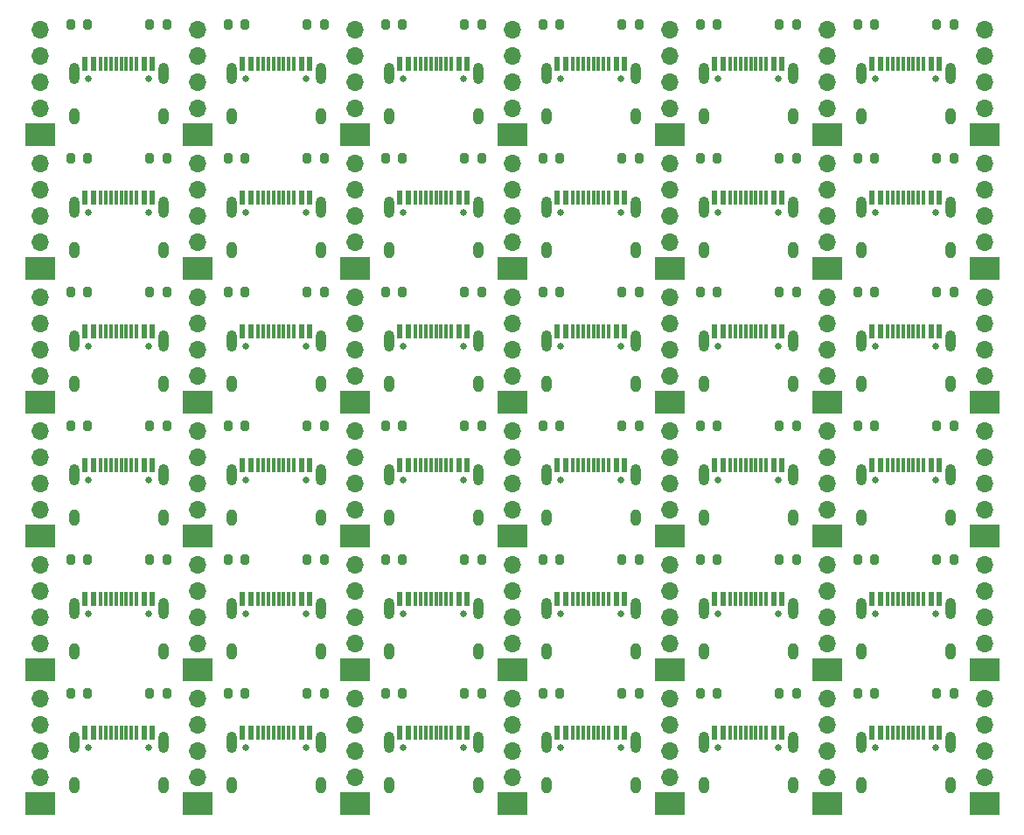
<source format=gbr>
%TF.GenerationSoftware,KiCad,Pcbnew,(6.0.11)*%
%TF.CreationDate,2023-04-14T16:13:46+08:00*%
%TF.ProjectId,typical,74797069-6361-46c2-9e6b-696361645f70,rev?*%
%TF.SameCoordinates,Original*%
%TF.FileFunction,Soldermask,Top*%
%TF.FilePolarity,Negative*%
%FSLAX46Y46*%
G04 Gerber Fmt 4.6, Leading zero omitted, Abs format (unit mm)*
G04 Created by KiCad (PCBNEW (6.0.11)) date 2023-04-14 16:13:46*
%MOMM*%
%LPD*%
G01*
G04 APERTURE LIST*
G04 Aperture macros list*
%AMRoundRect*
0 Rectangle with rounded corners*
0 $1 Rounding radius*
0 $2 $3 $4 $5 $6 $7 $8 $9 X,Y pos of 4 corners*
0 Add a 4 corners polygon primitive as box body*
4,1,4,$2,$3,$4,$5,$6,$7,$8,$9,$2,$3,0*
0 Add four circle primitives for the rounded corners*
1,1,$1+$1,$2,$3*
1,1,$1+$1,$4,$5*
1,1,$1+$1,$6,$7*
1,1,$1+$1,$8,$9*
0 Add four rect primitives between the rounded corners*
20,1,$1+$1,$2,$3,$4,$5,0*
20,1,$1+$1,$4,$5,$6,$7,0*
20,1,$1+$1,$6,$7,$8,$9,0*
20,1,$1+$1,$8,$9,$2,$3,0*%
G04 Aperture macros list end*
%ADD10R,3.000000X2.300000*%
%ADD11O,1.700000X1.700000*%
%ADD12RoundRect,0.200000X0.200000X0.275000X-0.200000X0.275000X-0.200000X-0.275000X0.200000X-0.275000X0*%
%ADD13C,0.650000*%
%ADD14R,0.600000X1.450000*%
%ADD15R,0.300000X1.450000*%
%ADD16O,1.000000X1.600000*%
%ADD17O,1.000000X2.100000*%
G04 APERTURE END LIST*
D10*
%TO.C,J3*%
X226060000Y-179070000D03*
D11*
X226060000Y-176530000D03*
X226060000Y-173990000D03*
X226060000Y-171450000D03*
X226060000Y-168910000D03*
%TD*%
D10*
%TO.C,J3*%
X226060000Y-166116000D03*
D11*
X226060000Y-163576000D03*
X226060000Y-161036000D03*
X226060000Y-158496000D03*
X226060000Y-155956000D03*
%TD*%
D10*
%TO.C,J3*%
X226060000Y-153162000D03*
D11*
X226060000Y-150622000D03*
X226060000Y-148082000D03*
X226060000Y-145542000D03*
X226060000Y-143002000D03*
%TD*%
D10*
%TO.C,J3*%
X226060000Y-140208000D03*
D11*
X226060000Y-137668000D03*
X226060000Y-135128000D03*
X226060000Y-132588000D03*
X226060000Y-130048000D03*
%TD*%
D10*
%TO.C,J3*%
X226060000Y-127254000D03*
D11*
X226060000Y-124714000D03*
X226060000Y-122174000D03*
X226060000Y-119634000D03*
X226060000Y-117094000D03*
%TD*%
D10*
%TO.C,J3*%
X226060000Y-114300000D03*
D11*
X226060000Y-111760000D03*
X226060000Y-109220000D03*
X226060000Y-106680000D03*
X226060000Y-104140000D03*
%TD*%
D12*
%TO.C,R2*%
X223100000Y-168420000D03*
X221450000Y-168420000D03*
%TD*%
D11*
%TO.C,J3*%
X210820000Y-168910000D03*
X210820000Y-171450000D03*
X210820000Y-173990000D03*
X210820000Y-176530000D03*
D10*
X210820000Y-179070000D03*
%TD*%
D12*
%TO.C,R1*%
X215425000Y-168420000D03*
X213775000Y-168420000D03*
%TD*%
D13*
%TO.C,J1*%
X215550000Y-173676000D03*
X221330000Y-173676000D03*
D14*
X215190000Y-172231000D03*
X215990000Y-172231000D03*
D15*
X217190000Y-172231000D03*
X218190000Y-172231000D03*
X218690000Y-172231000D03*
X219690000Y-172231000D03*
D14*
X220890000Y-172231000D03*
X221690000Y-172231000D03*
X221690000Y-172231000D03*
X220890000Y-172231000D03*
D15*
X220190000Y-172231000D03*
X219190000Y-172231000D03*
X217690000Y-172231000D03*
X216690000Y-172231000D03*
D14*
X215990000Y-172231000D03*
X215190000Y-172231000D03*
D16*
X222760000Y-177326000D03*
D17*
X222760000Y-173146000D03*
X214120000Y-173146000D03*
D16*
X214120000Y-177326000D03*
%TD*%
D12*
%TO.C,R2*%
X207860000Y-168420000D03*
X206210000Y-168420000D03*
%TD*%
D11*
%TO.C,J3*%
X195580000Y-168910000D03*
X195580000Y-171450000D03*
X195580000Y-173990000D03*
X195580000Y-176530000D03*
D10*
X195580000Y-179070000D03*
%TD*%
D12*
%TO.C,R1*%
X200185000Y-168420000D03*
X198535000Y-168420000D03*
%TD*%
D13*
%TO.C,J1*%
X200310000Y-173676000D03*
X206090000Y-173676000D03*
D14*
X199950000Y-172231000D03*
X200750000Y-172231000D03*
D15*
X201950000Y-172231000D03*
X202950000Y-172231000D03*
X203450000Y-172231000D03*
X204450000Y-172231000D03*
D14*
X205650000Y-172231000D03*
X206450000Y-172231000D03*
X206450000Y-172231000D03*
X205650000Y-172231000D03*
D15*
X204950000Y-172231000D03*
X203950000Y-172231000D03*
X202450000Y-172231000D03*
X201450000Y-172231000D03*
D14*
X200750000Y-172231000D03*
X199950000Y-172231000D03*
D16*
X207520000Y-177326000D03*
D17*
X207520000Y-173146000D03*
X198880000Y-173146000D03*
D16*
X198880000Y-177326000D03*
%TD*%
D12*
%TO.C,R2*%
X192620000Y-168420000D03*
X190970000Y-168420000D03*
%TD*%
D11*
%TO.C,J3*%
X180340000Y-168910000D03*
X180340000Y-171450000D03*
X180340000Y-173990000D03*
X180340000Y-176530000D03*
D10*
X180340000Y-179070000D03*
%TD*%
D12*
%TO.C,R1*%
X184945000Y-168420000D03*
X183295000Y-168420000D03*
%TD*%
D13*
%TO.C,J1*%
X185070000Y-173676000D03*
X190850000Y-173676000D03*
D14*
X184710000Y-172231000D03*
X185510000Y-172231000D03*
D15*
X186710000Y-172231000D03*
X187710000Y-172231000D03*
X188210000Y-172231000D03*
X189210000Y-172231000D03*
D14*
X190410000Y-172231000D03*
X191210000Y-172231000D03*
X191210000Y-172231000D03*
X190410000Y-172231000D03*
D15*
X189710000Y-172231000D03*
X188710000Y-172231000D03*
X187210000Y-172231000D03*
X186210000Y-172231000D03*
D14*
X185510000Y-172231000D03*
X184710000Y-172231000D03*
D16*
X192280000Y-177326000D03*
D17*
X192280000Y-173146000D03*
X183640000Y-173146000D03*
D16*
X183640000Y-177326000D03*
%TD*%
D12*
%TO.C,R2*%
X177380000Y-168420000D03*
X175730000Y-168420000D03*
%TD*%
D11*
%TO.C,J3*%
X165100000Y-168910000D03*
X165100000Y-171450000D03*
X165100000Y-173990000D03*
X165100000Y-176530000D03*
D10*
X165100000Y-179070000D03*
%TD*%
D12*
%TO.C,R1*%
X169705000Y-168420000D03*
X168055000Y-168420000D03*
%TD*%
D13*
%TO.C,J1*%
X169830000Y-173676000D03*
X175610000Y-173676000D03*
D14*
X169470000Y-172231000D03*
X170270000Y-172231000D03*
D15*
X171470000Y-172231000D03*
X172470000Y-172231000D03*
X172970000Y-172231000D03*
X173970000Y-172231000D03*
D14*
X175170000Y-172231000D03*
X175970000Y-172231000D03*
X175970000Y-172231000D03*
X175170000Y-172231000D03*
D15*
X174470000Y-172231000D03*
X173470000Y-172231000D03*
X171970000Y-172231000D03*
X170970000Y-172231000D03*
D14*
X170270000Y-172231000D03*
X169470000Y-172231000D03*
D16*
X177040000Y-177326000D03*
D17*
X177040000Y-173146000D03*
X168400000Y-173146000D03*
D16*
X168400000Y-177326000D03*
%TD*%
D12*
%TO.C,R2*%
X162140000Y-168420000D03*
X160490000Y-168420000D03*
%TD*%
D11*
%TO.C,J3*%
X149860000Y-168910000D03*
X149860000Y-171450000D03*
X149860000Y-173990000D03*
X149860000Y-176530000D03*
D10*
X149860000Y-179070000D03*
%TD*%
D12*
%TO.C,R1*%
X154465000Y-168420000D03*
X152815000Y-168420000D03*
%TD*%
D13*
%TO.C,J1*%
X154590000Y-173676000D03*
X160370000Y-173676000D03*
D14*
X154230000Y-172231000D03*
X155030000Y-172231000D03*
D15*
X156230000Y-172231000D03*
X157230000Y-172231000D03*
X157730000Y-172231000D03*
X158730000Y-172231000D03*
D14*
X159930000Y-172231000D03*
X160730000Y-172231000D03*
X160730000Y-172231000D03*
X159930000Y-172231000D03*
D15*
X159230000Y-172231000D03*
X158230000Y-172231000D03*
X156730000Y-172231000D03*
X155730000Y-172231000D03*
D14*
X155030000Y-172231000D03*
X154230000Y-172231000D03*
D16*
X161800000Y-177326000D03*
D17*
X161800000Y-173146000D03*
X153160000Y-173146000D03*
D16*
X153160000Y-177326000D03*
%TD*%
D12*
%TO.C,R2*%
X146900000Y-168420000D03*
X145250000Y-168420000D03*
%TD*%
D11*
%TO.C,J3*%
X134620000Y-168910000D03*
X134620000Y-171450000D03*
X134620000Y-173990000D03*
X134620000Y-176530000D03*
D10*
X134620000Y-179070000D03*
%TD*%
D12*
%TO.C,R1*%
X139225000Y-168420000D03*
X137575000Y-168420000D03*
%TD*%
D13*
%TO.C,J1*%
X139350000Y-173676000D03*
X145130000Y-173676000D03*
D14*
X138990000Y-172231000D03*
X139790000Y-172231000D03*
D15*
X140990000Y-172231000D03*
X141990000Y-172231000D03*
X142490000Y-172231000D03*
X143490000Y-172231000D03*
D14*
X144690000Y-172231000D03*
X145490000Y-172231000D03*
X145490000Y-172231000D03*
X144690000Y-172231000D03*
D15*
X143990000Y-172231000D03*
X142990000Y-172231000D03*
X141490000Y-172231000D03*
X140490000Y-172231000D03*
D14*
X139790000Y-172231000D03*
X138990000Y-172231000D03*
D16*
X146560000Y-177326000D03*
D17*
X146560000Y-173146000D03*
X137920000Y-173146000D03*
D16*
X137920000Y-177326000D03*
%TD*%
D12*
%TO.C,R2*%
X223100000Y-155466000D03*
X221450000Y-155466000D03*
%TD*%
D11*
%TO.C,J3*%
X210820000Y-155956000D03*
X210820000Y-158496000D03*
X210820000Y-161036000D03*
X210820000Y-163576000D03*
D10*
X210820000Y-166116000D03*
%TD*%
D12*
%TO.C,R1*%
X215425000Y-155466000D03*
X213775000Y-155466000D03*
%TD*%
D13*
%TO.C,J1*%
X215550000Y-160722000D03*
X221330000Y-160722000D03*
D14*
X215190000Y-159277000D03*
X215990000Y-159277000D03*
D15*
X217190000Y-159277000D03*
X218190000Y-159277000D03*
X218690000Y-159277000D03*
X219690000Y-159277000D03*
D14*
X220890000Y-159277000D03*
X221690000Y-159277000D03*
X221690000Y-159277000D03*
X220890000Y-159277000D03*
D15*
X220190000Y-159277000D03*
X219190000Y-159277000D03*
X217690000Y-159277000D03*
X216690000Y-159277000D03*
D14*
X215990000Y-159277000D03*
X215190000Y-159277000D03*
D16*
X222760000Y-164372000D03*
D17*
X222760000Y-160192000D03*
X214120000Y-160192000D03*
D16*
X214120000Y-164372000D03*
%TD*%
D12*
%TO.C,R2*%
X207860000Y-155466000D03*
X206210000Y-155466000D03*
%TD*%
D11*
%TO.C,J3*%
X195580000Y-155956000D03*
X195580000Y-158496000D03*
X195580000Y-161036000D03*
X195580000Y-163576000D03*
D10*
X195580000Y-166116000D03*
%TD*%
D12*
%TO.C,R1*%
X200185000Y-155466000D03*
X198535000Y-155466000D03*
%TD*%
D13*
%TO.C,J1*%
X200310000Y-160722000D03*
X206090000Y-160722000D03*
D14*
X199950000Y-159277000D03*
X200750000Y-159277000D03*
D15*
X201950000Y-159277000D03*
X202950000Y-159277000D03*
X203450000Y-159277000D03*
X204450000Y-159277000D03*
D14*
X205650000Y-159277000D03*
X206450000Y-159277000D03*
X206450000Y-159277000D03*
X205650000Y-159277000D03*
D15*
X204950000Y-159277000D03*
X203950000Y-159277000D03*
X202450000Y-159277000D03*
X201450000Y-159277000D03*
D14*
X200750000Y-159277000D03*
X199950000Y-159277000D03*
D16*
X207520000Y-164372000D03*
D17*
X207520000Y-160192000D03*
X198880000Y-160192000D03*
D16*
X198880000Y-164372000D03*
%TD*%
D12*
%TO.C,R2*%
X192620000Y-155466000D03*
X190970000Y-155466000D03*
%TD*%
D11*
%TO.C,J3*%
X180340000Y-155956000D03*
X180340000Y-158496000D03*
X180340000Y-161036000D03*
X180340000Y-163576000D03*
D10*
X180340000Y-166116000D03*
%TD*%
D12*
%TO.C,R1*%
X184945000Y-155466000D03*
X183295000Y-155466000D03*
%TD*%
D13*
%TO.C,J1*%
X185070000Y-160722000D03*
X190850000Y-160722000D03*
D14*
X184710000Y-159277000D03*
X185510000Y-159277000D03*
D15*
X186710000Y-159277000D03*
X187710000Y-159277000D03*
X188210000Y-159277000D03*
X189210000Y-159277000D03*
D14*
X190410000Y-159277000D03*
X191210000Y-159277000D03*
X191210000Y-159277000D03*
X190410000Y-159277000D03*
D15*
X189710000Y-159277000D03*
X188710000Y-159277000D03*
X187210000Y-159277000D03*
X186210000Y-159277000D03*
D14*
X185510000Y-159277000D03*
X184710000Y-159277000D03*
D16*
X192280000Y-164372000D03*
D17*
X192280000Y-160192000D03*
X183640000Y-160192000D03*
D16*
X183640000Y-164372000D03*
%TD*%
D12*
%TO.C,R2*%
X177380000Y-155466000D03*
X175730000Y-155466000D03*
%TD*%
D11*
%TO.C,J3*%
X165100000Y-155956000D03*
X165100000Y-158496000D03*
X165100000Y-161036000D03*
X165100000Y-163576000D03*
D10*
X165100000Y-166116000D03*
%TD*%
D12*
%TO.C,R1*%
X169705000Y-155466000D03*
X168055000Y-155466000D03*
%TD*%
D13*
%TO.C,J1*%
X169830000Y-160722000D03*
X175610000Y-160722000D03*
D14*
X169470000Y-159277000D03*
X170270000Y-159277000D03*
D15*
X171470000Y-159277000D03*
X172470000Y-159277000D03*
X172970000Y-159277000D03*
X173970000Y-159277000D03*
D14*
X175170000Y-159277000D03*
X175970000Y-159277000D03*
X175970000Y-159277000D03*
X175170000Y-159277000D03*
D15*
X174470000Y-159277000D03*
X173470000Y-159277000D03*
X171970000Y-159277000D03*
X170970000Y-159277000D03*
D14*
X170270000Y-159277000D03*
X169470000Y-159277000D03*
D16*
X177040000Y-164372000D03*
D17*
X177040000Y-160192000D03*
X168400000Y-160192000D03*
D16*
X168400000Y-164372000D03*
%TD*%
D12*
%TO.C,R2*%
X162140000Y-155466000D03*
X160490000Y-155466000D03*
%TD*%
D11*
%TO.C,J3*%
X149860000Y-155956000D03*
X149860000Y-158496000D03*
X149860000Y-161036000D03*
X149860000Y-163576000D03*
D10*
X149860000Y-166116000D03*
%TD*%
D12*
%TO.C,R1*%
X154465000Y-155466000D03*
X152815000Y-155466000D03*
%TD*%
D13*
%TO.C,J1*%
X154590000Y-160722000D03*
X160370000Y-160722000D03*
D14*
X154230000Y-159277000D03*
X155030000Y-159277000D03*
D15*
X156230000Y-159277000D03*
X157230000Y-159277000D03*
X157730000Y-159277000D03*
X158730000Y-159277000D03*
D14*
X159930000Y-159277000D03*
X160730000Y-159277000D03*
X160730000Y-159277000D03*
X159930000Y-159277000D03*
D15*
X159230000Y-159277000D03*
X158230000Y-159277000D03*
X156730000Y-159277000D03*
X155730000Y-159277000D03*
D14*
X155030000Y-159277000D03*
X154230000Y-159277000D03*
D16*
X161800000Y-164372000D03*
D17*
X161800000Y-160192000D03*
X153160000Y-160192000D03*
D16*
X153160000Y-164372000D03*
%TD*%
D12*
%TO.C,R2*%
X146900000Y-155466000D03*
X145250000Y-155466000D03*
%TD*%
D11*
%TO.C,J3*%
X134620000Y-155956000D03*
X134620000Y-158496000D03*
X134620000Y-161036000D03*
X134620000Y-163576000D03*
D10*
X134620000Y-166116000D03*
%TD*%
D12*
%TO.C,R1*%
X139225000Y-155466000D03*
X137575000Y-155466000D03*
%TD*%
D13*
%TO.C,J1*%
X139350000Y-160722000D03*
X145130000Y-160722000D03*
D14*
X138990000Y-159277000D03*
X139790000Y-159277000D03*
D15*
X140990000Y-159277000D03*
X141990000Y-159277000D03*
X142490000Y-159277000D03*
X143490000Y-159277000D03*
D14*
X144690000Y-159277000D03*
X145490000Y-159277000D03*
X145490000Y-159277000D03*
X144690000Y-159277000D03*
D15*
X143990000Y-159277000D03*
X142990000Y-159277000D03*
X141490000Y-159277000D03*
X140490000Y-159277000D03*
D14*
X139790000Y-159277000D03*
X138990000Y-159277000D03*
D16*
X146560000Y-164372000D03*
D17*
X146560000Y-160192000D03*
X137920000Y-160192000D03*
D16*
X137920000Y-164372000D03*
%TD*%
D12*
%TO.C,R2*%
X223100000Y-142512000D03*
X221450000Y-142512000D03*
%TD*%
D11*
%TO.C,J3*%
X210820000Y-143002000D03*
X210820000Y-145542000D03*
X210820000Y-148082000D03*
X210820000Y-150622000D03*
D10*
X210820000Y-153162000D03*
%TD*%
D12*
%TO.C,R1*%
X215425000Y-142512000D03*
X213775000Y-142512000D03*
%TD*%
D13*
%TO.C,J1*%
X215550000Y-147768000D03*
X221330000Y-147768000D03*
D14*
X215190000Y-146323000D03*
X215990000Y-146323000D03*
D15*
X217190000Y-146323000D03*
X218190000Y-146323000D03*
X218690000Y-146323000D03*
X219690000Y-146323000D03*
D14*
X220890000Y-146323000D03*
X221690000Y-146323000D03*
X221690000Y-146323000D03*
X220890000Y-146323000D03*
D15*
X220190000Y-146323000D03*
X219190000Y-146323000D03*
X217690000Y-146323000D03*
X216690000Y-146323000D03*
D14*
X215990000Y-146323000D03*
X215190000Y-146323000D03*
D16*
X222760000Y-151418000D03*
D17*
X222760000Y-147238000D03*
X214120000Y-147238000D03*
D16*
X214120000Y-151418000D03*
%TD*%
D12*
%TO.C,R2*%
X207860000Y-142512000D03*
X206210000Y-142512000D03*
%TD*%
D11*
%TO.C,J3*%
X195580000Y-143002000D03*
X195580000Y-145542000D03*
X195580000Y-148082000D03*
X195580000Y-150622000D03*
D10*
X195580000Y-153162000D03*
%TD*%
D12*
%TO.C,R1*%
X200185000Y-142512000D03*
X198535000Y-142512000D03*
%TD*%
D13*
%TO.C,J1*%
X200310000Y-147768000D03*
X206090000Y-147768000D03*
D14*
X199950000Y-146323000D03*
X200750000Y-146323000D03*
D15*
X201950000Y-146323000D03*
X202950000Y-146323000D03*
X203450000Y-146323000D03*
X204450000Y-146323000D03*
D14*
X205650000Y-146323000D03*
X206450000Y-146323000D03*
X206450000Y-146323000D03*
X205650000Y-146323000D03*
D15*
X204950000Y-146323000D03*
X203950000Y-146323000D03*
X202450000Y-146323000D03*
X201450000Y-146323000D03*
D14*
X200750000Y-146323000D03*
X199950000Y-146323000D03*
D16*
X207520000Y-151418000D03*
D17*
X207520000Y-147238000D03*
X198880000Y-147238000D03*
D16*
X198880000Y-151418000D03*
%TD*%
D12*
%TO.C,R2*%
X192620000Y-142512000D03*
X190970000Y-142512000D03*
%TD*%
D11*
%TO.C,J3*%
X180340000Y-143002000D03*
X180340000Y-145542000D03*
X180340000Y-148082000D03*
X180340000Y-150622000D03*
D10*
X180340000Y-153162000D03*
%TD*%
D12*
%TO.C,R1*%
X184945000Y-142512000D03*
X183295000Y-142512000D03*
%TD*%
D13*
%TO.C,J1*%
X185070000Y-147768000D03*
X190850000Y-147768000D03*
D14*
X184710000Y-146323000D03*
X185510000Y-146323000D03*
D15*
X186710000Y-146323000D03*
X187710000Y-146323000D03*
X188210000Y-146323000D03*
X189210000Y-146323000D03*
D14*
X190410000Y-146323000D03*
X191210000Y-146323000D03*
X191210000Y-146323000D03*
X190410000Y-146323000D03*
D15*
X189710000Y-146323000D03*
X188710000Y-146323000D03*
X187210000Y-146323000D03*
X186210000Y-146323000D03*
D14*
X185510000Y-146323000D03*
X184710000Y-146323000D03*
D16*
X192280000Y-151418000D03*
D17*
X192280000Y-147238000D03*
X183640000Y-147238000D03*
D16*
X183640000Y-151418000D03*
%TD*%
D12*
%TO.C,R2*%
X177380000Y-142512000D03*
X175730000Y-142512000D03*
%TD*%
D11*
%TO.C,J3*%
X165100000Y-143002000D03*
X165100000Y-145542000D03*
X165100000Y-148082000D03*
X165100000Y-150622000D03*
D10*
X165100000Y-153162000D03*
%TD*%
D12*
%TO.C,R1*%
X169705000Y-142512000D03*
X168055000Y-142512000D03*
%TD*%
D13*
%TO.C,J1*%
X169830000Y-147768000D03*
X175610000Y-147768000D03*
D14*
X169470000Y-146323000D03*
X170270000Y-146323000D03*
D15*
X171470000Y-146323000D03*
X172470000Y-146323000D03*
X172970000Y-146323000D03*
X173970000Y-146323000D03*
D14*
X175170000Y-146323000D03*
X175970000Y-146323000D03*
X175970000Y-146323000D03*
X175170000Y-146323000D03*
D15*
X174470000Y-146323000D03*
X173470000Y-146323000D03*
X171970000Y-146323000D03*
X170970000Y-146323000D03*
D14*
X170270000Y-146323000D03*
X169470000Y-146323000D03*
D16*
X177040000Y-151418000D03*
D17*
X177040000Y-147238000D03*
X168400000Y-147238000D03*
D16*
X168400000Y-151418000D03*
%TD*%
D11*
%TO.C,J3*%
X149860000Y-143002000D03*
X149860000Y-145542000D03*
X149860000Y-148082000D03*
X149860000Y-150622000D03*
D10*
X149860000Y-153162000D03*
%TD*%
D12*
%TO.C,R1*%
X154465000Y-142512000D03*
X152815000Y-142512000D03*
%TD*%
%TO.C,R2*%
X162140000Y-142512000D03*
X160490000Y-142512000D03*
%TD*%
D13*
%TO.C,J1*%
X154590000Y-147768000D03*
X160370000Y-147768000D03*
D14*
X154230000Y-146323000D03*
X155030000Y-146323000D03*
D15*
X156230000Y-146323000D03*
X157230000Y-146323000D03*
X157730000Y-146323000D03*
X158730000Y-146323000D03*
D14*
X159930000Y-146323000D03*
X160730000Y-146323000D03*
X160730000Y-146323000D03*
X159930000Y-146323000D03*
D15*
X159230000Y-146323000D03*
X158230000Y-146323000D03*
X156730000Y-146323000D03*
X155730000Y-146323000D03*
D14*
X155030000Y-146323000D03*
X154230000Y-146323000D03*
D16*
X161800000Y-151418000D03*
D17*
X161800000Y-147238000D03*
X153160000Y-147238000D03*
D16*
X153160000Y-151418000D03*
%TD*%
D12*
%TO.C,R2*%
X146900000Y-142512000D03*
X145250000Y-142512000D03*
%TD*%
D11*
%TO.C,J3*%
X134620000Y-143002000D03*
X134620000Y-145542000D03*
X134620000Y-148082000D03*
X134620000Y-150622000D03*
D10*
X134620000Y-153162000D03*
%TD*%
D12*
%TO.C,R1*%
X139225000Y-142512000D03*
X137575000Y-142512000D03*
%TD*%
D13*
%TO.C,J1*%
X139350000Y-147768000D03*
X145130000Y-147768000D03*
D14*
X138990000Y-146323000D03*
X139790000Y-146323000D03*
D15*
X140990000Y-146323000D03*
X141990000Y-146323000D03*
X142490000Y-146323000D03*
X143490000Y-146323000D03*
D14*
X144690000Y-146323000D03*
X145490000Y-146323000D03*
X145490000Y-146323000D03*
X144690000Y-146323000D03*
D15*
X143990000Y-146323000D03*
X142990000Y-146323000D03*
X141490000Y-146323000D03*
X140490000Y-146323000D03*
D14*
X139790000Y-146323000D03*
X138990000Y-146323000D03*
D16*
X146560000Y-151418000D03*
D17*
X146560000Y-147238000D03*
X137920000Y-147238000D03*
D16*
X137920000Y-151418000D03*
%TD*%
D12*
%TO.C,R2*%
X223100000Y-129558000D03*
X221450000Y-129558000D03*
%TD*%
D11*
%TO.C,J3*%
X210820000Y-130048000D03*
X210820000Y-132588000D03*
X210820000Y-135128000D03*
X210820000Y-137668000D03*
D10*
X210820000Y-140208000D03*
%TD*%
D12*
%TO.C,R1*%
X215425000Y-129558000D03*
X213775000Y-129558000D03*
%TD*%
D13*
%TO.C,J1*%
X215550000Y-134814000D03*
X221330000Y-134814000D03*
D14*
X215190000Y-133369000D03*
X215990000Y-133369000D03*
D15*
X217190000Y-133369000D03*
X218190000Y-133369000D03*
X218690000Y-133369000D03*
X219690000Y-133369000D03*
D14*
X220890000Y-133369000D03*
X221690000Y-133369000D03*
X221690000Y-133369000D03*
X220890000Y-133369000D03*
D15*
X220190000Y-133369000D03*
X219190000Y-133369000D03*
X217690000Y-133369000D03*
X216690000Y-133369000D03*
D14*
X215990000Y-133369000D03*
X215190000Y-133369000D03*
D16*
X222760000Y-138464000D03*
D17*
X222760000Y-134284000D03*
X214120000Y-134284000D03*
D16*
X214120000Y-138464000D03*
%TD*%
D12*
%TO.C,R2*%
X207860000Y-129558000D03*
X206210000Y-129558000D03*
%TD*%
D11*
%TO.C,J3*%
X195580000Y-130048000D03*
X195580000Y-132588000D03*
X195580000Y-135128000D03*
X195580000Y-137668000D03*
D10*
X195580000Y-140208000D03*
%TD*%
D12*
%TO.C,R1*%
X200185000Y-129558000D03*
X198535000Y-129558000D03*
%TD*%
D13*
%TO.C,J1*%
X200310000Y-134814000D03*
X206090000Y-134814000D03*
D14*
X199950000Y-133369000D03*
X200750000Y-133369000D03*
D15*
X201950000Y-133369000D03*
X202950000Y-133369000D03*
X203450000Y-133369000D03*
X204450000Y-133369000D03*
D14*
X205650000Y-133369000D03*
X206450000Y-133369000D03*
X206450000Y-133369000D03*
X205650000Y-133369000D03*
D15*
X204950000Y-133369000D03*
X203950000Y-133369000D03*
X202450000Y-133369000D03*
X201450000Y-133369000D03*
D14*
X200750000Y-133369000D03*
X199950000Y-133369000D03*
D16*
X207520000Y-138464000D03*
D17*
X207520000Y-134284000D03*
X198880000Y-134284000D03*
D16*
X198880000Y-138464000D03*
%TD*%
D12*
%TO.C,R2*%
X192620000Y-129558000D03*
X190970000Y-129558000D03*
%TD*%
D11*
%TO.C,J3*%
X180340000Y-130048000D03*
X180340000Y-132588000D03*
X180340000Y-135128000D03*
X180340000Y-137668000D03*
D10*
X180340000Y-140208000D03*
%TD*%
D12*
%TO.C,R1*%
X184945000Y-129558000D03*
X183295000Y-129558000D03*
%TD*%
D13*
%TO.C,J1*%
X185070000Y-134814000D03*
X190850000Y-134814000D03*
D14*
X184710000Y-133369000D03*
X185510000Y-133369000D03*
D15*
X186710000Y-133369000D03*
X187710000Y-133369000D03*
X188210000Y-133369000D03*
X189210000Y-133369000D03*
D14*
X190410000Y-133369000D03*
X191210000Y-133369000D03*
X191210000Y-133369000D03*
X190410000Y-133369000D03*
D15*
X189710000Y-133369000D03*
X188710000Y-133369000D03*
X187210000Y-133369000D03*
X186210000Y-133369000D03*
D14*
X185510000Y-133369000D03*
X184710000Y-133369000D03*
D16*
X192280000Y-138464000D03*
D17*
X192280000Y-134284000D03*
X183640000Y-134284000D03*
D16*
X183640000Y-138464000D03*
%TD*%
D12*
%TO.C,R2*%
X177380000Y-129558000D03*
X175730000Y-129558000D03*
%TD*%
D11*
%TO.C,J3*%
X165100000Y-130048000D03*
X165100000Y-132588000D03*
X165100000Y-135128000D03*
X165100000Y-137668000D03*
D10*
X165100000Y-140208000D03*
%TD*%
D12*
%TO.C,R1*%
X169705000Y-129558000D03*
X168055000Y-129558000D03*
%TD*%
D13*
%TO.C,J1*%
X169830000Y-134814000D03*
X175610000Y-134814000D03*
D14*
X169470000Y-133369000D03*
X170270000Y-133369000D03*
D15*
X171470000Y-133369000D03*
X172470000Y-133369000D03*
X172970000Y-133369000D03*
X173970000Y-133369000D03*
D14*
X175170000Y-133369000D03*
X175970000Y-133369000D03*
X175970000Y-133369000D03*
X175170000Y-133369000D03*
D15*
X174470000Y-133369000D03*
X173470000Y-133369000D03*
X171970000Y-133369000D03*
X170970000Y-133369000D03*
D14*
X170270000Y-133369000D03*
X169470000Y-133369000D03*
D16*
X177040000Y-138464000D03*
D17*
X177040000Y-134284000D03*
X168400000Y-134284000D03*
D16*
X168400000Y-138464000D03*
%TD*%
D12*
%TO.C,R2*%
X162140000Y-129558000D03*
X160490000Y-129558000D03*
%TD*%
D11*
%TO.C,J3*%
X149860000Y-130048000D03*
X149860000Y-132588000D03*
X149860000Y-135128000D03*
X149860000Y-137668000D03*
D10*
X149860000Y-140208000D03*
%TD*%
D12*
%TO.C,R1*%
X154465000Y-129558000D03*
X152815000Y-129558000D03*
%TD*%
D13*
%TO.C,J1*%
X154590000Y-134814000D03*
X160370000Y-134814000D03*
D14*
X154230000Y-133369000D03*
X155030000Y-133369000D03*
D15*
X156230000Y-133369000D03*
X157230000Y-133369000D03*
X157730000Y-133369000D03*
X158730000Y-133369000D03*
D14*
X159930000Y-133369000D03*
X160730000Y-133369000D03*
X160730000Y-133369000D03*
X159930000Y-133369000D03*
D15*
X159230000Y-133369000D03*
X158230000Y-133369000D03*
X156730000Y-133369000D03*
X155730000Y-133369000D03*
D14*
X155030000Y-133369000D03*
X154230000Y-133369000D03*
D16*
X161800000Y-138464000D03*
D17*
X161800000Y-134284000D03*
X153160000Y-134284000D03*
D16*
X153160000Y-138464000D03*
%TD*%
D12*
%TO.C,R2*%
X146900000Y-129558000D03*
X145250000Y-129558000D03*
%TD*%
D11*
%TO.C,J3*%
X134620000Y-130048000D03*
X134620000Y-132588000D03*
X134620000Y-135128000D03*
X134620000Y-137668000D03*
D10*
X134620000Y-140208000D03*
%TD*%
D12*
%TO.C,R1*%
X139225000Y-129558000D03*
X137575000Y-129558000D03*
%TD*%
D13*
%TO.C,J1*%
X139350000Y-134814000D03*
X145130000Y-134814000D03*
D14*
X138990000Y-133369000D03*
X139790000Y-133369000D03*
D15*
X140990000Y-133369000D03*
X141990000Y-133369000D03*
X142490000Y-133369000D03*
X143490000Y-133369000D03*
D14*
X144690000Y-133369000D03*
X145490000Y-133369000D03*
X145490000Y-133369000D03*
X144690000Y-133369000D03*
D15*
X143990000Y-133369000D03*
X142990000Y-133369000D03*
X141490000Y-133369000D03*
X140490000Y-133369000D03*
D14*
X139790000Y-133369000D03*
X138990000Y-133369000D03*
D16*
X146560000Y-138464000D03*
D17*
X146560000Y-134284000D03*
X137920000Y-134284000D03*
D16*
X137920000Y-138464000D03*
%TD*%
D12*
%TO.C,R2*%
X223100000Y-116604000D03*
X221450000Y-116604000D03*
%TD*%
%TO.C,R1*%
X215425000Y-116604000D03*
X213775000Y-116604000D03*
%TD*%
D13*
%TO.C,J1*%
X215550000Y-121860000D03*
X221330000Y-121860000D03*
D14*
X215190000Y-120415000D03*
X215990000Y-120415000D03*
D15*
X217190000Y-120415000D03*
X218190000Y-120415000D03*
X218690000Y-120415000D03*
X219690000Y-120415000D03*
D14*
X220890000Y-120415000D03*
X221690000Y-120415000D03*
X221690000Y-120415000D03*
X220890000Y-120415000D03*
D15*
X220190000Y-120415000D03*
X219190000Y-120415000D03*
X217690000Y-120415000D03*
X216690000Y-120415000D03*
D14*
X215990000Y-120415000D03*
X215190000Y-120415000D03*
D16*
X222760000Y-125510000D03*
D17*
X222760000Y-121330000D03*
X214120000Y-121330000D03*
D16*
X214120000Y-125510000D03*
%TD*%
D11*
%TO.C,J3*%
X210820000Y-117094000D03*
X210820000Y-119634000D03*
X210820000Y-122174000D03*
X210820000Y-124714000D03*
D10*
X210820000Y-127254000D03*
%TD*%
D12*
%TO.C,R2*%
X207860000Y-116604000D03*
X206210000Y-116604000D03*
%TD*%
D11*
%TO.C,J3*%
X195580000Y-117094000D03*
X195580000Y-119634000D03*
X195580000Y-122174000D03*
X195580000Y-124714000D03*
D10*
X195580000Y-127254000D03*
%TD*%
D12*
%TO.C,R1*%
X200185000Y-116604000D03*
X198535000Y-116604000D03*
%TD*%
D13*
%TO.C,J1*%
X200310000Y-121860000D03*
X206090000Y-121860000D03*
D14*
X199950000Y-120415000D03*
X200750000Y-120415000D03*
D15*
X201950000Y-120415000D03*
X202950000Y-120415000D03*
X203450000Y-120415000D03*
X204450000Y-120415000D03*
D14*
X205650000Y-120415000D03*
X206450000Y-120415000D03*
X206450000Y-120415000D03*
X205650000Y-120415000D03*
D15*
X204950000Y-120415000D03*
X203950000Y-120415000D03*
X202450000Y-120415000D03*
X201450000Y-120415000D03*
D14*
X200750000Y-120415000D03*
X199950000Y-120415000D03*
D16*
X207520000Y-125510000D03*
D17*
X207520000Y-121330000D03*
X198880000Y-121330000D03*
D16*
X198880000Y-125510000D03*
%TD*%
D12*
%TO.C,R2*%
X192620000Y-116604000D03*
X190970000Y-116604000D03*
%TD*%
D11*
%TO.C,J3*%
X180340000Y-117094000D03*
X180340000Y-119634000D03*
X180340000Y-122174000D03*
X180340000Y-124714000D03*
D10*
X180340000Y-127254000D03*
%TD*%
D12*
%TO.C,R1*%
X184945000Y-116604000D03*
X183295000Y-116604000D03*
%TD*%
D13*
%TO.C,J1*%
X185070000Y-121860000D03*
X190850000Y-121860000D03*
D14*
X184710000Y-120415000D03*
X185510000Y-120415000D03*
D15*
X186710000Y-120415000D03*
X187710000Y-120415000D03*
X188210000Y-120415000D03*
X189210000Y-120415000D03*
D14*
X190410000Y-120415000D03*
X191210000Y-120415000D03*
X191210000Y-120415000D03*
X190410000Y-120415000D03*
D15*
X189710000Y-120415000D03*
X188710000Y-120415000D03*
X187210000Y-120415000D03*
X186210000Y-120415000D03*
D14*
X185510000Y-120415000D03*
X184710000Y-120415000D03*
D16*
X192280000Y-125510000D03*
D17*
X192280000Y-121330000D03*
X183640000Y-121330000D03*
D16*
X183640000Y-125510000D03*
%TD*%
D12*
%TO.C,R2*%
X177380000Y-116604000D03*
X175730000Y-116604000D03*
%TD*%
D11*
%TO.C,J3*%
X165100000Y-117094000D03*
X165100000Y-119634000D03*
X165100000Y-122174000D03*
X165100000Y-124714000D03*
D10*
X165100000Y-127254000D03*
%TD*%
D12*
%TO.C,R1*%
X169705000Y-116604000D03*
X168055000Y-116604000D03*
%TD*%
D13*
%TO.C,J1*%
X169830000Y-121860000D03*
X175610000Y-121860000D03*
D14*
X169470000Y-120415000D03*
X170270000Y-120415000D03*
D15*
X171470000Y-120415000D03*
X172470000Y-120415000D03*
X172970000Y-120415000D03*
X173970000Y-120415000D03*
D14*
X175170000Y-120415000D03*
X175970000Y-120415000D03*
X175970000Y-120415000D03*
X175170000Y-120415000D03*
D15*
X174470000Y-120415000D03*
X173470000Y-120415000D03*
X171970000Y-120415000D03*
X170970000Y-120415000D03*
D14*
X170270000Y-120415000D03*
X169470000Y-120415000D03*
D16*
X177040000Y-125510000D03*
D17*
X177040000Y-121330000D03*
X168400000Y-121330000D03*
D16*
X168400000Y-125510000D03*
%TD*%
D12*
%TO.C,R2*%
X162140000Y-116604000D03*
X160490000Y-116604000D03*
%TD*%
D11*
%TO.C,J3*%
X149860000Y-117094000D03*
X149860000Y-119634000D03*
X149860000Y-122174000D03*
X149860000Y-124714000D03*
D10*
X149860000Y-127254000D03*
%TD*%
D12*
%TO.C,R1*%
X154465000Y-116604000D03*
X152815000Y-116604000D03*
%TD*%
D13*
%TO.C,J1*%
X154590000Y-121860000D03*
X160370000Y-121860000D03*
D14*
X154230000Y-120415000D03*
X155030000Y-120415000D03*
D15*
X156230000Y-120415000D03*
X157230000Y-120415000D03*
X157730000Y-120415000D03*
X158730000Y-120415000D03*
D14*
X159930000Y-120415000D03*
X160730000Y-120415000D03*
X160730000Y-120415000D03*
X159930000Y-120415000D03*
D15*
X159230000Y-120415000D03*
X158230000Y-120415000D03*
X156730000Y-120415000D03*
X155730000Y-120415000D03*
D14*
X155030000Y-120415000D03*
X154230000Y-120415000D03*
D16*
X161800000Y-125510000D03*
D17*
X161800000Y-121330000D03*
X153160000Y-121330000D03*
D16*
X153160000Y-125510000D03*
%TD*%
D12*
%TO.C,R2*%
X146900000Y-116604000D03*
X145250000Y-116604000D03*
%TD*%
D11*
%TO.C,J3*%
X134620000Y-117094000D03*
X134620000Y-119634000D03*
X134620000Y-122174000D03*
X134620000Y-124714000D03*
D10*
X134620000Y-127254000D03*
%TD*%
D12*
%TO.C,R1*%
X139225000Y-116604000D03*
X137575000Y-116604000D03*
%TD*%
D13*
%TO.C,J1*%
X139350000Y-121860000D03*
X145130000Y-121860000D03*
D14*
X138990000Y-120415000D03*
X139790000Y-120415000D03*
D15*
X140990000Y-120415000D03*
X141990000Y-120415000D03*
X142490000Y-120415000D03*
X143490000Y-120415000D03*
D14*
X144690000Y-120415000D03*
X145490000Y-120415000D03*
X145490000Y-120415000D03*
X144690000Y-120415000D03*
D15*
X143990000Y-120415000D03*
X142990000Y-120415000D03*
X141490000Y-120415000D03*
X140490000Y-120415000D03*
D14*
X139790000Y-120415000D03*
X138990000Y-120415000D03*
D16*
X146560000Y-125510000D03*
D17*
X146560000Y-121330000D03*
X137920000Y-121330000D03*
D16*
X137920000Y-125510000D03*
%TD*%
D12*
%TO.C,R2*%
X223100000Y-103650000D03*
X221450000Y-103650000D03*
%TD*%
D11*
%TO.C,J3*%
X210820000Y-104140000D03*
X210820000Y-106680000D03*
X210820000Y-109220000D03*
X210820000Y-111760000D03*
D10*
X210820000Y-114300000D03*
%TD*%
D12*
%TO.C,R1*%
X215425000Y-103650000D03*
X213775000Y-103650000D03*
%TD*%
D13*
%TO.C,J1*%
X215550000Y-108906000D03*
X221330000Y-108906000D03*
D14*
X215190000Y-107461000D03*
X215990000Y-107461000D03*
D15*
X217190000Y-107461000D03*
X218190000Y-107461000D03*
X218690000Y-107461000D03*
X219690000Y-107461000D03*
D14*
X220890000Y-107461000D03*
X221690000Y-107461000D03*
X221690000Y-107461000D03*
X220890000Y-107461000D03*
D15*
X220190000Y-107461000D03*
X219190000Y-107461000D03*
X217690000Y-107461000D03*
X216690000Y-107461000D03*
D14*
X215990000Y-107461000D03*
X215190000Y-107461000D03*
D16*
X222760000Y-112556000D03*
D17*
X222760000Y-108376000D03*
X214120000Y-108376000D03*
D16*
X214120000Y-112556000D03*
%TD*%
D12*
%TO.C,R2*%
X207860000Y-103650000D03*
X206210000Y-103650000D03*
%TD*%
D11*
%TO.C,J3*%
X195580000Y-104140000D03*
X195580000Y-106680000D03*
X195580000Y-109220000D03*
X195580000Y-111760000D03*
D10*
X195580000Y-114300000D03*
%TD*%
D12*
%TO.C,R1*%
X200185000Y-103650000D03*
X198535000Y-103650000D03*
%TD*%
D13*
%TO.C,J1*%
X200310000Y-108906000D03*
X206090000Y-108906000D03*
D14*
X199950000Y-107461000D03*
X200750000Y-107461000D03*
D15*
X201950000Y-107461000D03*
X202950000Y-107461000D03*
X203450000Y-107461000D03*
X204450000Y-107461000D03*
D14*
X205650000Y-107461000D03*
X206450000Y-107461000D03*
X206450000Y-107461000D03*
X205650000Y-107461000D03*
D15*
X204950000Y-107461000D03*
X203950000Y-107461000D03*
X202450000Y-107461000D03*
X201450000Y-107461000D03*
D14*
X200750000Y-107461000D03*
X199950000Y-107461000D03*
D16*
X207520000Y-112556000D03*
D17*
X207520000Y-108376000D03*
X198880000Y-108376000D03*
D16*
X198880000Y-112556000D03*
%TD*%
D12*
%TO.C,R2*%
X192620000Y-103650000D03*
X190970000Y-103650000D03*
%TD*%
D11*
%TO.C,J3*%
X180340000Y-104140000D03*
X180340000Y-106680000D03*
X180340000Y-109220000D03*
X180340000Y-111760000D03*
D10*
X180340000Y-114300000D03*
%TD*%
D12*
%TO.C,R1*%
X184945000Y-103650000D03*
X183295000Y-103650000D03*
%TD*%
D13*
%TO.C,J1*%
X185070000Y-108906000D03*
X190850000Y-108906000D03*
D14*
X184710000Y-107461000D03*
X185510000Y-107461000D03*
D15*
X186710000Y-107461000D03*
X187710000Y-107461000D03*
X188210000Y-107461000D03*
X189210000Y-107461000D03*
D14*
X190410000Y-107461000D03*
X191210000Y-107461000D03*
X191210000Y-107461000D03*
X190410000Y-107461000D03*
D15*
X189710000Y-107461000D03*
X188710000Y-107461000D03*
X187210000Y-107461000D03*
X186210000Y-107461000D03*
D14*
X185510000Y-107461000D03*
X184710000Y-107461000D03*
D16*
X192280000Y-112556000D03*
D17*
X192280000Y-108376000D03*
X183640000Y-108376000D03*
D16*
X183640000Y-112556000D03*
%TD*%
D12*
%TO.C,R2*%
X177380000Y-103650000D03*
X175730000Y-103650000D03*
%TD*%
D11*
%TO.C,J3*%
X165100000Y-104140000D03*
X165100000Y-106680000D03*
X165100000Y-109220000D03*
X165100000Y-111760000D03*
D10*
X165100000Y-114300000D03*
%TD*%
D12*
%TO.C,R1*%
X169705000Y-103650000D03*
X168055000Y-103650000D03*
%TD*%
D13*
%TO.C,J1*%
X169830000Y-108906000D03*
X175610000Y-108906000D03*
D14*
X169470000Y-107461000D03*
X170270000Y-107461000D03*
D15*
X171470000Y-107461000D03*
X172470000Y-107461000D03*
X172970000Y-107461000D03*
X173970000Y-107461000D03*
D14*
X175170000Y-107461000D03*
X175970000Y-107461000D03*
X175970000Y-107461000D03*
X175170000Y-107461000D03*
D15*
X174470000Y-107461000D03*
X173470000Y-107461000D03*
X171970000Y-107461000D03*
X170970000Y-107461000D03*
D14*
X170270000Y-107461000D03*
X169470000Y-107461000D03*
D16*
X177040000Y-112556000D03*
D17*
X177040000Y-108376000D03*
X168400000Y-108376000D03*
D16*
X168400000Y-112556000D03*
%TD*%
D12*
%TO.C,R2*%
X162140000Y-103650000D03*
X160490000Y-103650000D03*
%TD*%
D11*
%TO.C,J3*%
X149860000Y-104140000D03*
X149860000Y-106680000D03*
X149860000Y-109220000D03*
X149860000Y-111760000D03*
D10*
X149860000Y-114300000D03*
%TD*%
D12*
%TO.C,R1*%
X154465000Y-103650000D03*
X152815000Y-103650000D03*
%TD*%
D13*
%TO.C,J1*%
X154590000Y-108906000D03*
X160370000Y-108906000D03*
D14*
X154230000Y-107461000D03*
X155030000Y-107461000D03*
D15*
X156230000Y-107461000D03*
X157230000Y-107461000D03*
X157730000Y-107461000D03*
X158730000Y-107461000D03*
D14*
X159930000Y-107461000D03*
X160730000Y-107461000D03*
X160730000Y-107461000D03*
X159930000Y-107461000D03*
D15*
X159230000Y-107461000D03*
X158230000Y-107461000D03*
X156730000Y-107461000D03*
X155730000Y-107461000D03*
D14*
X155030000Y-107461000D03*
X154230000Y-107461000D03*
D16*
X161800000Y-112556000D03*
D17*
X161800000Y-108376000D03*
X153160000Y-108376000D03*
D16*
X153160000Y-112556000D03*
%TD*%
D12*
%TO.C,R2*%
X146900000Y-103650000D03*
X145250000Y-103650000D03*
%TD*%
D13*
%TO.C,J1*%
X139350000Y-108906000D03*
X145130000Y-108906000D03*
D14*
X138990000Y-107461000D03*
X139790000Y-107461000D03*
D15*
X140990000Y-107461000D03*
X141990000Y-107461000D03*
X142490000Y-107461000D03*
X143490000Y-107461000D03*
D14*
X144690000Y-107461000D03*
X145490000Y-107461000D03*
X145490000Y-107461000D03*
X144690000Y-107461000D03*
D15*
X143990000Y-107461000D03*
X142990000Y-107461000D03*
X141490000Y-107461000D03*
X140490000Y-107461000D03*
D14*
X139790000Y-107461000D03*
X138990000Y-107461000D03*
D16*
X146560000Y-112556000D03*
D17*
X146560000Y-108376000D03*
X137920000Y-108376000D03*
D16*
X137920000Y-112556000D03*
%TD*%
D12*
%TO.C,R1*%
X139225000Y-103650000D03*
X137575000Y-103650000D03*
%TD*%
D11*
%TO.C,J3*%
X134620000Y-104140000D03*
X134620000Y-106680000D03*
X134620000Y-109220000D03*
X134620000Y-111760000D03*
D10*
X134620000Y-114300000D03*
%TD*%
M02*

</source>
